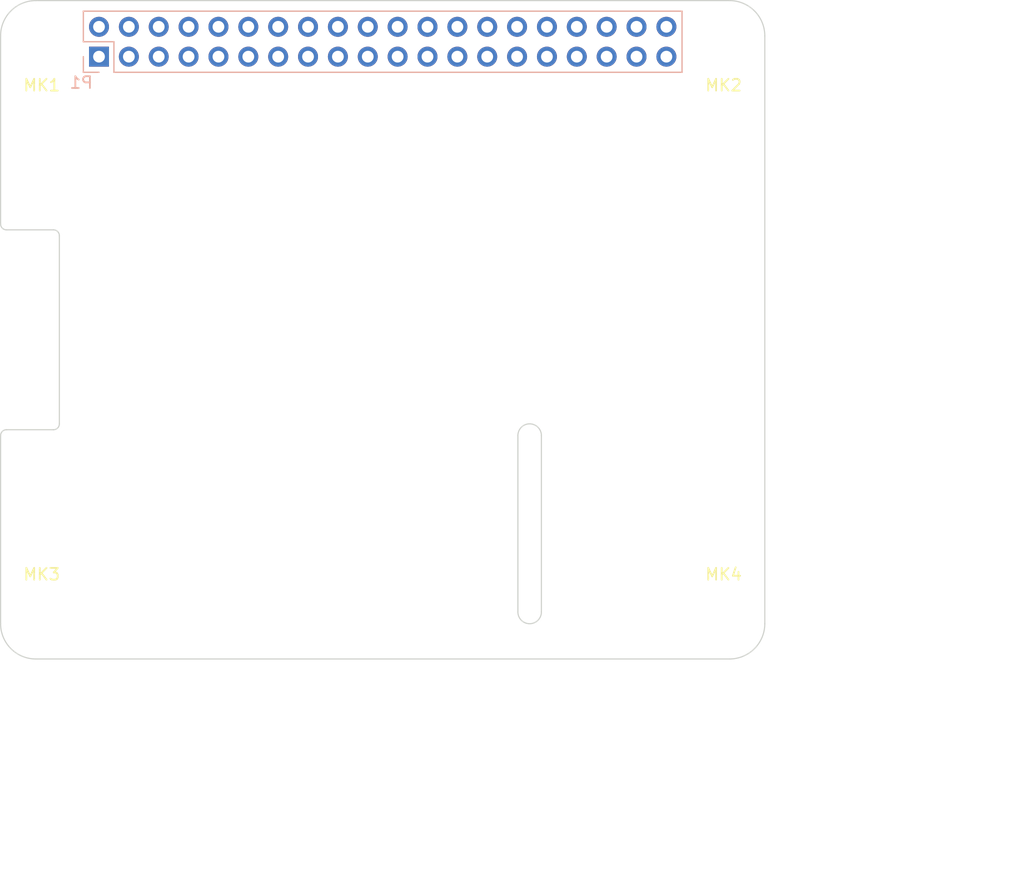
<source format=kicad_pcb>
(kicad_pcb (version 20171130) (host pcbnew no-vcs-found-c6d0075~61~ubuntu16.04.1)

  (general
    (thickness 1.6)
    (drawings 39)
    (tracks 0)
    (zones 0)
    (modules 5)
    (nets 32)
  )

  (page A3)
  (title_block
    (date "15 nov 2012")
  )

  (layers
    (0 F.Cu signal)
    (31 B.Cu signal)
    (32 B.Adhes user)
    (33 F.Adhes user)
    (34 B.Paste user)
    (35 F.Paste user)
    (36 B.SilkS user)
    (37 F.SilkS user)
    (38 B.Mask user)
    (39 F.Mask user)
    (40 Dwgs.User user)
    (41 Cmts.User user)
    (42 Eco1.User user)
    (43 Eco2.User user)
    (44 Edge.Cuts user)
  )

  (setup
    (last_trace_width 0.2)
    (trace_clearance 0.2)
    (zone_clearance 0.508)
    (zone_45_only no)
    (trace_min 0.1524)
    (segment_width 0.1)
    (edge_width 0.1)
    (via_size 0.9)
    (via_drill 0.6)
    (via_min_size 0.8)
    (via_min_drill 0.5)
    (uvia_size 0.5)
    (uvia_drill 0.1)
    (uvias_allowed no)
    (uvia_min_size 0.5)
    (uvia_min_drill 0.1)
    (pcb_text_width 0.3)
    (pcb_text_size 1 1)
    (mod_edge_width 0.15)
    (mod_text_size 1 1)
    (mod_text_width 0.15)
    (pad_size 2.5 2.5)
    (pad_drill 2.5)
    (pad_to_mask_clearance 0)
    (aux_axis_origin 200 150)
    (grid_origin 200 150)
    (visible_elements 7FFFFFFF)
    (pcbplotparams
      (layerselection 0x00030_80000001)
      (usegerberextensions true)
      (usegerberattributes false)
      (usegerberadvancedattributes false)
      (creategerberjobfile false)
      (excludeedgelayer true)
      (linewidth 0.150000)
      (plotframeref false)
      (viasonmask false)
      (mode 1)
      (useauxorigin false)
      (hpglpennumber 1)
      (hpglpenspeed 20)
      (hpglpendiameter 15)
      (psnegative false)
      (psa4output false)
      (plotreference true)
      (plotvalue true)
      (plotinvisibletext false)
      (padsonsilk false)
      (subtractmaskfromsilk false)
      (outputformat 1)
      (mirror false)
      (drillshape 1)
      (scaleselection 1)
      (outputdirectory ""))
  )

  (net 0 "")
  (net 1 +3V3)
  (net 2 +5V)
  (net 3 GND)
  (net 4 /ID_SD)
  (net 5 /ID_SC)
  (net 6 /GPIO5)
  (net 7 /GPIO6)
  (net 8 /GPIO26)
  (net 9 "/GPIO2(SDA1)")
  (net 10 "/GPIO3(SCL1)")
  (net 11 "/GPIO4(GCLK)")
  (net 12 "/GPIO14(TXD0)")
  (net 13 "/GPIO15(RXD0)")
  (net 14 "/GPIO17(GEN0)")
  (net 15 "/GPIO27(GEN2)")
  (net 16 "/GPIO22(GEN3)")
  (net 17 "/GPIO23(GEN4)")
  (net 18 "/GPIO24(GEN5)")
  (net 19 "/GPIO25(GEN6)")
  (net 20 "/GPIO18(GEN1)(PWM0)")
  (net 21 "/GPIO10(SPI0_MOSI)")
  (net 22 "/GPIO9(SPI0_MISO)")
  (net 23 "/GPIO11(SPI0_SCK)")
  (net 24 "/GPIO8(SPI0_CE_N)")
  (net 25 "/GPIO7(SPI1_CE_N)")
  (net 26 "/GPIO12(PWM0)")
  (net 27 "/GPIO13(PWM1)")
  (net 28 "/GPIO19(SPI1_MISO)")
  (net 29 /GPIO16)
  (net 30 "/GPIO20(SPI1_MOSI)")
  (net 31 "/GPIO21(SPI1_SCK)")

  (net_class Default "This is the default net class."
    (clearance 0.2)
    (trace_width 0.2)
    (via_dia 0.9)
    (via_drill 0.6)
    (uvia_dia 0.5)
    (uvia_drill 0.1)
    (add_net +3V3)
    (add_net +5V)
    (add_net "/GPIO10(SPI0_MOSI)")
    (add_net "/GPIO11(SPI0_SCK)")
    (add_net "/GPIO12(PWM0)")
    (add_net "/GPIO13(PWM1)")
    (add_net "/GPIO14(TXD0)")
    (add_net "/GPIO15(RXD0)")
    (add_net /GPIO16)
    (add_net "/GPIO17(GEN0)")
    (add_net "/GPIO18(GEN1)(PWM0)")
    (add_net "/GPIO19(SPI1_MISO)")
    (add_net "/GPIO2(SDA1)")
    (add_net "/GPIO20(SPI1_MOSI)")
    (add_net "/GPIO21(SPI1_SCK)")
    (add_net "/GPIO22(GEN3)")
    (add_net "/GPIO23(GEN4)")
    (add_net "/GPIO24(GEN5)")
    (add_net "/GPIO25(GEN6)")
    (add_net /GPIO26)
    (add_net "/GPIO27(GEN2)")
    (add_net "/GPIO3(SCL1)")
    (add_net "/GPIO4(GCLK)")
    (add_net /GPIO5)
    (add_net /GPIO6)
    (add_net "/GPIO7(SPI1_CE_N)")
    (add_net "/GPIO8(SPI0_CE_N)")
    (add_net "/GPIO9(SPI0_MISO)")
    (add_net /ID_SC)
    (add_net /ID_SD)
    (add_net GND)
  )

  (net_class Power ""
    (clearance 0.2)
    (trace_width 0.5)
    (via_dia 1)
    (via_drill 0.7)
    (uvia_dia 0.5)
    (uvia_drill 0.1)
  )

  (module Connector_PinSocket_2.54mm:PinSocket_2x20_P2.54mm_Vertical (layer B.Cu) (tedit 5A19A433) (tstamp 5A793E9F)
    (at 208.37 98.77 270)
    (descr "Through hole straight socket strip, 2x20, 2.54mm pitch, double cols (from Kicad 4.0.7), script generated")
    (tags "Through hole socket strip THT 2x20 2.54mm double row")
    (path /59AD464A)
    (fp_text reference P1 (at 2.208 1.512) (layer B.SilkS)
      (effects (font (size 1 1) (thickness 0.15)) (justify mirror))
    )
    (fp_text value Conn_02x20_Odd_Even (at -1.27 -51.03 270) (layer B.Fab)
      (effects (font (size 1 1) (thickness 0.15)) (justify mirror))
    )
    (fp_line (start -3.81 1.27) (end 0.27 1.27) (layer B.Fab) (width 0.1))
    (fp_line (start 0.27 1.27) (end 1.27 0.27) (layer B.Fab) (width 0.1))
    (fp_line (start 1.27 0.27) (end 1.27 -49.53) (layer B.Fab) (width 0.1))
    (fp_line (start 1.27 -49.53) (end -3.81 -49.53) (layer B.Fab) (width 0.1))
    (fp_line (start -3.81 -49.53) (end -3.81 1.27) (layer B.Fab) (width 0.1))
    (fp_line (start -3.87 1.33) (end -1.27 1.33) (layer B.SilkS) (width 0.12))
    (fp_line (start -3.87 1.33) (end -3.87 -49.59) (layer B.SilkS) (width 0.12))
    (fp_line (start -3.87 -49.59) (end 1.33 -49.59) (layer B.SilkS) (width 0.12))
    (fp_line (start 1.33 -1.27) (end 1.33 -49.59) (layer B.SilkS) (width 0.12))
    (fp_line (start -1.27 -1.27) (end 1.33 -1.27) (layer B.SilkS) (width 0.12))
    (fp_line (start -1.27 1.33) (end -1.27 -1.27) (layer B.SilkS) (width 0.12))
    (fp_line (start 1.33 1.33) (end 1.33 0) (layer B.SilkS) (width 0.12))
    (fp_line (start 0 1.33) (end 1.33 1.33) (layer B.SilkS) (width 0.12))
    (fp_line (start -4.34 1.8) (end 1.76 1.8) (layer B.CrtYd) (width 0.05))
    (fp_line (start 1.76 1.8) (end 1.76 -50) (layer B.CrtYd) (width 0.05))
    (fp_line (start 1.76 -50) (end -4.34 -50) (layer B.CrtYd) (width 0.05))
    (fp_line (start -4.34 -50) (end -4.34 1.8) (layer B.CrtYd) (width 0.05))
    (fp_text user %R (at -1.27 -24.13 180) (layer B.Fab)
      (effects (font (size 1 1) (thickness 0.15)) (justify mirror))
    )
    (pad 1 thru_hole rect (at 0 0 270) (size 1.7 1.7) (drill 1) (layers *.Cu *.Mask)
      (net 1 +3V3))
    (pad 2 thru_hole oval (at -2.54 0 270) (size 1.7 1.7) (drill 1) (layers *.Cu *.Mask)
      (net 2 +5V))
    (pad 3 thru_hole oval (at 0 -2.54 270) (size 1.7 1.7) (drill 1) (layers *.Cu *.Mask)
      (net 9 "/GPIO2(SDA1)"))
    (pad 4 thru_hole oval (at -2.54 -2.54 270) (size 1.7 1.7) (drill 1) (layers *.Cu *.Mask)
      (net 2 +5V))
    (pad 5 thru_hole oval (at 0 -5.08 270) (size 1.7 1.7) (drill 1) (layers *.Cu *.Mask)
      (net 10 "/GPIO3(SCL1)"))
    (pad 6 thru_hole oval (at -2.54 -5.08 270) (size 1.7 1.7) (drill 1) (layers *.Cu *.Mask)
      (net 3 GND))
    (pad 7 thru_hole oval (at 0 -7.62 270) (size 1.7 1.7) (drill 1) (layers *.Cu *.Mask)
      (net 11 "/GPIO4(GCLK)"))
    (pad 8 thru_hole oval (at -2.54 -7.62 270) (size 1.7 1.7) (drill 1) (layers *.Cu *.Mask)
      (net 12 "/GPIO14(TXD0)"))
    (pad 9 thru_hole oval (at 0 -10.16 270) (size 1.7 1.7) (drill 1) (layers *.Cu *.Mask)
      (net 3 GND))
    (pad 10 thru_hole oval (at -2.54 -10.16 270) (size 1.7 1.7) (drill 1) (layers *.Cu *.Mask)
      (net 13 "/GPIO15(RXD0)"))
    (pad 11 thru_hole oval (at 0 -12.7 270) (size 1.7 1.7) (drill 1) (layers *.Cu *.Mask)
      (net 14 "/GPIO17(GEN0)"))
    (pad 12 thru_hole oval (at -2.54 -12.7 270) (size 1.7 1.7) (drill 1) (layers *.Cu *.Mask)
      (net 20 "/GPIO18(GEN1)(PWM0)"))
    (pad 13 thru_hole oval (at 0 -15.24 270) (size 1.7 1.7) (drill 1) (layers *.Cu *.Mask)
      (net 15 "/GPIO27(GEN2)"))
    (pad 14 thru_hole oval (at -2.54 -15.24 270) (size 1.7 1.7) (drill 1) (layers *.Cu *.Mask)
      (net 3 GND))
    (pad 15 thru_hole oval (at 0 -17.78 270) (size 1.7 1.7) (drill 1) (layers *.Cu *.Mask)
      (net 16 "/GPIO22(GEN3)"))
    (pad 16 thru_hole oval (at -2.54 -17.78 270) (size 1.7 1.7) (drill 1) (layers *.Cu *.Mask)
      (net 17 "/GPIO23(GEN4)"))
    (pad 17 thru_hole oval (at 0 -20.32 270) (size 1.7 1.7) (drill 1) (layers *.Cu *.Mask)
      (net 1 +3V3))
    (pad 18 thru_hole oval (at -2.54 -20.32 270) (size 1.7 1.7) (drill 1) (layers *.Cu *.Mask)
      (net 18 "/GPIO24(GEN5)"))
    (pad 19 thru_hole oval (at 0 -22.86 270) (size 1.7 1.7) (drill 1) (layers *.Cu *.Mask)
      (net 21 "/GPIO10(SPI0_MOSI)"))
    (pad 20 thru_hole oval (at -2.54 -22.86 270) (size 1.7 1.7) (drill 1) (layers *.Cu *.Mask)
      (net 3 GND))
    (pad 21 thru_hole oval (at 0 -25.4 270) (size 1.7 1.7) (drill 1) (layers *.Cu *.Mask)
      (net 22 "/GPIO9(SPI0_MISO)"))
    (pad 22 thru_hole oval (at -2.54 -25.4 270) (size 1.7 1.7) (drill 1) (layers *.Cu *.Mask)
      (net 19 "/GPIO25(GEN6)"))
    (pad 23 thru_hole oval (at 0 -27.94 270) (size 1.7 1.7) (drill 1) (layers *.Cu *.Mask)
      (net 23 "/GPIO11(SPI0_SCK)"))
    (pad 24 thru_hole oval (at -2.54 -27.94 270) (size 1.7 1.7) (drill 1) (layers *.Cu *.Mask)
      (net 24 "/GPIO8(SPI0_CE_N)"))
    (pad 25 thru_hole oval (at 0 -30.48 270) (size 1.7 1.7) (drill 1) (layers *.Cu *.Mask)
      (net 3 GND))
    (pad 26 thru_hole oval (at -2.54 -30.48 270) (size 1.7 1.7) (drill 1) (layers *.Cu *.Mask)
      (net 25 "/GPIO7(SPI1_CE_N)"))
    (pad 27 thru_hole oval (at 0 -33.02 270) (size 1.7 1.7) (drill 1) (layers *.Cu *.Mask)
      (net 4 /ID_SD))
    (pad 28 thru_hole oval (at -2.54 -33.02 270) (size 1.7 1.7) (drill 1) (layers *.Cu *.Mask)
      (net 5 /ID_SC))
    (pad 29 thru_hole oval (at 0 -35.56 270) (size 1.7 1.7) (drill 1) (layers *.Cu *.Mask)
      (net 6 /GPIO5))
    (pad 30 thru_hole oval (at -2.54 -35.56 270) (size 1.7 1.7) (drill 1) (layers *.Cu *.Mask)
      (net 3 GND))
    (pad 31 thru_hole oval (at 0 -38.1 270) (size 1.7 1.7) (drill 1) (layers *.Cu *.Mask)
      (net 7 /GPIO6))
    (pad 32 thru_hole oval (at -2.54 -38.1 270) (size 1.7 1.7) (drill 1) (layers *.Cu *.Mask)
      (net 26 "/GPIO12(PWM0)"))
    (pad 33 thru_hole oval (at 0 -40.64 270) (size 1.7 1.7) (drill 1) (layers *.Cu *.Mask)
      (net 27 "/GPIO13(PWM1)"))
    (pad 34 thru_hole oval (at -2.54 -40.64 270) (size 1.7 1.7) (drill 1) (layers *.Cu *.Mask)
      (net 3 GND))
    (pad 35 thru_hole oval (at 0 -43.18 270) (size 1.7 1.7) (drill 1) (layers *.Cu *.Mask)
      (net 28 "/GPIO19(SPI1_MISO)"))
    (pad 36 thru_hole oval (at -2.54 -43.18 270) (size 1.7 1.7) (drill 1) (layers *.Cu *.Mask)
      (net 29 /GPIO16))
    (pad 37 thru_hole oval (at 0 -45.72 270) (size 1.7 1.7) (drill 1) (layers *.Cu *.Mask)
      (net 8 /GPIO26))
    (pad 38 thru_hole oval (at -2.54 -45.72 270) (size 1.7 1.7) (drill 1) (layers *.Cu *.Mask)
      (net 30 "/GPIO20(SPI1_MOSI)"))
    (pad 39 thru_hole oval (at 0 -48.26 270) (size 1.7 1.7) (drill 1) (layers *.Cu *.Mask)
      (net 3 GND))
    (pad 40 thru_hole oval (at -2.54 -48.26 270) (size 1.7 1.7) (drill 1) (layers *.Cu *.Mask)
      (net 31 "/GPIO21(SPI1_SCK)"))
    (model ${KICAD6_3DMODEL_DIR}/Connector_PinSocket_2.54mm.3dshapes/PinSocket_2x20_P2.54mm_Vertical.wrl
      (at (xyz 0 0 0))
      (scale (xyz 1 1 1))
      (rotate (xyz 0 0 0))
    )
  )

  (module MountingHole:MountingHole_2.7mm_M2.5 (layer F.Cu) (tedit 56D1B4CB) (tstamp 5A793E98)
    (at 261.5 146.5)
    (descr "Mounting Hole 2.7mm, no annular, M2.5")
    (tags "mounting hole 2.7mm no annular m2.5")
    (path /5834FC4F)
    (attr virtual)
    (fp_text reference MK4 (at 0 -3.7) (layer F.SilkS)
      (effects (font (size 1 1) (thickness 0.15)))
    )
    (fp_text value M2.5 (at 0 3.7) (layer F.Fab)
      (effects (font (size 1 1) (thickness 0.15)))
    )
    (fp_circle (center 0 0) (end 2.95 0) (layer F.CrtYd) (width 0.05))
    (fp_circle (center 0 0) (end 2.7 0) (layer Cmts.User) (width 0.15))
    (fp_text user %R (at 0.3 0) (layer F.Fab)
      (effects (font (size 1 1) (thickness 0.15)))
    )
    (pad 1 np_thru_hole circle (at 0 0) (size 2.7 2.7) (drill 2.7) (layers *.Cu *.Mask))
  )

  (module MountingHole:MountingHole_2.7mm_M2.5 (layer F.Cu) (tedit 56D1B4CB) (tstamp 5A793E91)
    (at 203.5 146.5)
    (descr "Mounting Hole 2.7mm, no annular, M2.5")
    (tags "mounting hole 2.7mm no annular m2.5")
    (path /5834FBEF)
    (attr virtual)
    (fp_text reference MK3 (at 0 -3.7) (layer F.SilkS)
      (effects (font (size 1 1) (thickness 0.15)))
    )
    (fp_text value M2.5 (at 0 3.7) (layer F.Fab)
      (effects (font (size 1 1) (thickness 0.15)))
    )
    (fp_text user %R (at 0.3 0) (layer F.Fab)
      (effects (font (size 1 1) (thickness 0.15)))
    )
    (fp_circle (center 0 0) (end 2.7 0) (layer Cmts.User) (width 0.15))
    (fp_circle (center 0 0) (end 2.95 0) (layer F.CrtYd) (width 0.05))
    (pad 1 np_thru_hole circle (at 0 0) (size 2.7 2.7) (drill 2.7) (layers *.Cu *.Mask))
  )

  (module MountingHole:MountingHole_2.7mm_M2.5 (layer F.Cu) (tedit 56D1B4CB) (tstamp 5A793E8A)
    (at 261.5 97.5 180)
    (descr "Mounting Hole 2.7mm, no annular, M2.5")
    (tags "mounting hole 2.7mm no annular m2.5")
    (path /5834FC19)
    (attr virtual)
    (fp_text reference MK2 (at 0 -3.7 180) (layer F.SilkS)
      (effects (font (size 1 1) (thickness 0.15)))
    )
    (fp_text value M2.5 (at 0 3.7 180) (layer F.Fab)
      (effects (font (size 1 1) (thickness 0.15)))
    )
    (fp_circle (center 0 0) (end 2.95 0) (layer F.CrtYd) (width 0.05))
    (fp_circle (center 0 0) (end 2.7 0) (layer Cmts.User) (width 0.15))
    (fp_text user %R (at 0.3 0 180) (layer F.Fab)
      (effects (font (size 1 1) (thickness 0.15)))
    )
    (pad 1 np_thru_hole circle (at 0 0 180) (size 2.7 2.7) (drill 2.7) (layers *.Cu *.Mask))
  )

  (module MountingHole:MountingHole_2.7mm_M2.5 (layer F.Cu) (tedit 56D1B4CB) (tstamp 5A793E83)
    (at 203.5 97.5 180)
    (descr "Mounting Hole 2.7mm, no annular, M2.5")
    (tags "mounting hole 2.7mm no annular m2.5")
    (path /5834FB2E)
    (attr virtual)
    (fp_text reference MK1 (at 0 -3.7 180) (layer F.SilkS)
      (effects (font (size 1 1) (thickness 0.15)))
    )
    (fp_text value M2.5 (at 0 3.7 180) (layer F.Fab)
      (effects (font (size 1 1) (thickness 0.15)))
    )
    (fp_text user %R (at 0.3 0 180) (layer F.Fab)
      (effects (font (size 1 1) (thickness 0.15)))
    )
    (fp_circle (center 0 0) (end 2.7 0) (layer Cmts.User) (width 0.15))
    (fp_circle (center 0 0) (end 2.95 0) (layer F.CrtYd) (width 0.05))
    (pad 1 np_thru_hole circle (at 0 0 180) (size 2.7 2.7) (drill 2.7) (layers *.Cu *.Mask))
  )

  (gr_line (start 244 146) (end 244 131) (layer Edge.Cuts) (width 0.1))
  (gr_line (start 246 131) (end 246 146) (layer Edge.Cuts) (width 0.1))
  (gr_arc (start 245 131) (end 244 131) (angle 180) (layer Edge.Cuts) (width 0.1))
  (gr_arc (start 245 146) (end 246 146) (angle 180) (layer Edge.Cuts) (width 0.1))
  (gr_arc (start 200.5 131) (end 200 131) (angle 89.9) (layer Edge.Cuts) (width 0.1))
  (gr_arc (start 204.5 130) (end 205 130) (angle 90) (layer Edge.Cuts) (width 0.1))
  (gr_arc (start 200.5 113) (end 200.5 113.5) (angle 90) (layer Edge.Cuts) (width 0.1))
  (gr_arc (start 204.5 114) (end 204.5 113.5) (angle 90) (layer Edge.Cuts) (width 0.1))
  (gr_line (start 200 113) (end 200 131) (layer Dwgs.User) (width 0.1))
  (gr_line (start 200 97) (end 200 113) (layer Edge.Cuts) (width 0.1))
  (gr_text DISPLAY (at 202.5 122 90) (layer Dwgs.User) (tstamp 580CBBFF)
    (effects (font (size 1 1) (thickness 0.15)))
  )
  (gr_text CAMERA (at 245 139 90) (layer Dwgs.User)
    (effects (font (size 1 1) (thickness 0.15)))
  )
  (gr_text RJ45 (at 276.2 139.84) (layer Dwgs.User) (tstamp 580CBBEB)
    (effects (font (size 2 2) (thickness 0.15)))
  )
  (gr_text USB (at 277.724 121.552) (layer Dwgs.User) (tstamp 580CBBE9)
    (effects (font (size 2 2) (thickness 0.15)))
  )
  (gr_text USB (at 278.232 102.248) (layer Dwgs.User)
    (effects (font (size 2 2) (thickness 0.15)))
  )
  (gr_arc (start 262 97) (end 262 94) (angle 90) (layer Edge.Cuts) (width 0.1))
  (gr_arc (start 262 147) (end 265 147) (angle 90) (layer Edge.Cuts) (width 0.1))
  (gr_arc (start 203 147) (end 203 150) (angle 90) (layer Edge.Cuts) (width 0.1))
  (gr_arc (start 203 97) (end 200 97) (angle 90) (layer Edge.Cuts) (width 0.1))
  (gr_line (start 269.9 114.45) (end 287 114.45) (layer Dwgs.User) (width 0.1))
  (gr_line (start 262 94) (end 203 94) (layer Edge.Cuts) (width 0.1))
  (gr_line (start 269.9 127.55) (end 269.9 114.45) (layer Dwgs.User) (width 0.1))
  (gr_line (start 287 127.55) (end 269.9 127.55) (layer Dwgs.User) (width 0.1))
  (gr_line (start 287 114.45) (end 287 127.55) (layer Dwgs.User) (width 0.1))
  (gr_line (start 204.5 130.5) (end 200.5 130.5) (layer Edge.Cuts) (width 0.1))
  (gr_line (start 205 114) (end 205 130) (layer Edge.Cuts) (width 0.1))
  (gr_line (start 200.5 113.5) (end 204.5 113.5) (layer Edge.Cuts) (width 0.1))
  (gr_line (start 266 147.675) (end 266 131.825) (layer Dwgs.User) (width 0.1))
  (gr_line (start 287 147.675) (end 266 147.675) (layer Dwgs.User) (width 0.1))
  (gr_line (start 287 131.825) (end 287 147.675) (layer Dwgs.User) (width 0.1))
  (gr_line (start 266 131.825) (end 287 131.825) (layer Dwgs.User) (width 0.1))
  (gr_line (start 265 147) (end 265 97) (layer Edge.Cuts) (width 0.1))
  (gr_line (start 203 150) (end 262 150) (layer Edge.Cuts) (width 0.1))
  (gr_line (start 200 131) (end 200 147) (layer Edge.Cuts) (width 0.1))
  (gr_line (start 269.9 109.455925) (end 269.9 96.355925) (layer Dwgs.User) (width 0.1))
  (gr_line (start 287 109.455925) (end 269.9 109.455925) (layer Dwgs.User) (width 0.1))
  (gr_line (start 287 96.355925) (end 287 109.455925) (layer Dwgs.User) (width 0.1))
  (gr_line (start 269.9 96.355925) (end 287 96.355925) (layer Dwgs.User) (width 0.1))
  (gr_text "RASPBERRY-PI 40-PIN ADDON BOARD\nVIEW FROM TOP\nNOTE: P1 SHOULD BE FITTED ON THE REVERSE OF THE BOARD\n\nADD EDGE CUTS FROM CAMERA AND DISPLAY PORTS AS REQUIRED" (at 200 160.16) (layer Dwgs.User)
    (effects (font (size 2 1.7) (thickness 0.12)) (justify left))
  )

)

</source>
